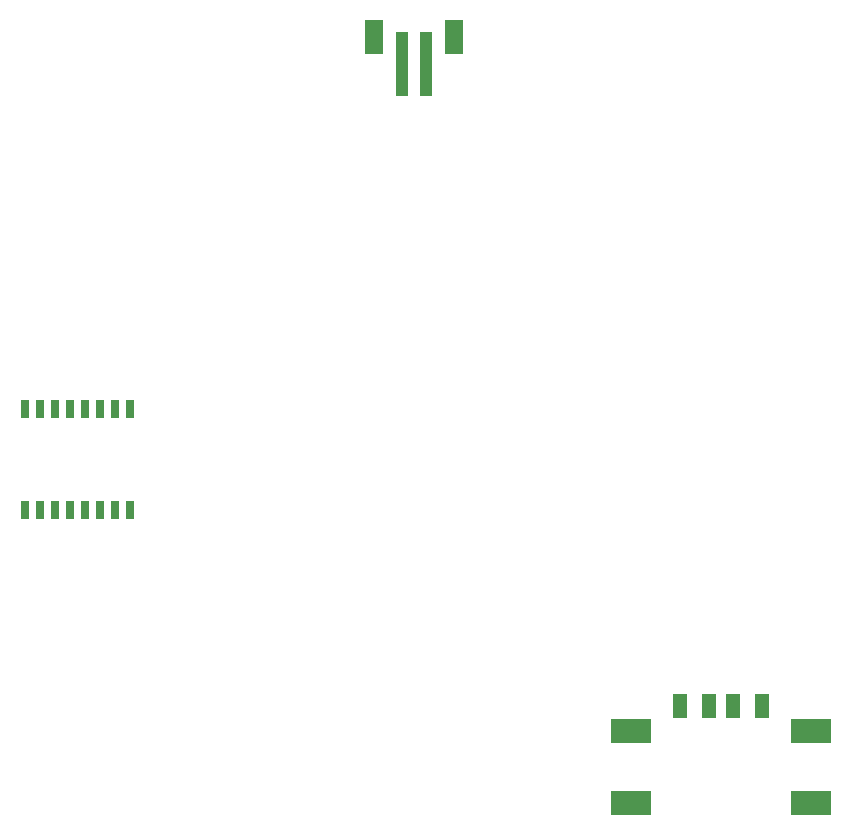
<source format=gbr>
%TF.GenerationSoftware,KiCad,Pcbnew,(5.1.6)-1*%
%TF.CreationDate,2020-08-15T20:42:22+02:00*%
%TF.ProjectId,teensypcbn,7465656e-7379-4706-9362-6e2e6b696361,rev?*%
%TF.SameCoordinates,Original*%
%TF.FileFunction,Paste,Top*%
%TF.FilePolarity,Positive*%
%FSLAX46Y46*%
G04 Gerber Fmt 4.6, Leading zero omitted, Abs format (unit mm)*
G04 Created by KiCad (PCBNEW (5.1.6)-1) date 2020-08-15 20:42:22*
%MOMM*%
%LPD*%
G01*
G04 APERTURE LIST*
%ADD10R,1.000000X5.500000*%
%ADD11R,1.600000X3.000000*%
%ADD12R,1.250000X2.100000*%
%ADD13R,3.500000X2.000000*%
%ADD14R,0.760000X1.650000*%
G04 APERTURE END LIST*
D10*
%TO.C,BT1*%
X177000000Y-60500000D03*
X179000000Y-60500000D03*
D11*
X174600000Y-58250000D03*
X181400000Y-58250000D03*
%TD*%
D12*
%TO.C,J3*%
X200500000Y-114900000D03*
X203000000Y-114900000D03*
X205000000Y-114900000D03*
X207500000Y-114900000D03*
D13*
X211625000Y-117000000D03*
X211625000Y-123100000D03*
X196375000Y-123100000D03*
X196375000Y-117000000D03*
%TD*%
D14*
%TO.C,T1*%
X153945000Y-89745000D03*
X152675000Y-89745000D03*
X151405000Y-89745000D03*
X150135000Y-89745000D03*
X148865000Y-89745000D03*
X147595000Y-89745000D03*
X146325000Y-89745000D03*
X145055000Y-89745000D03*
X145055000Y-98255000D03*
X146325000Y-98255000D03*
X147595000Y-98255000D03*
X148865000Y-98255000D03*
X150135000Y-98255000D03*
X151405000Y-98255000D03*
X152675000Y-98255000D03*
X153945000Y-98255000D03*
%TD*%
M02*

</source>
